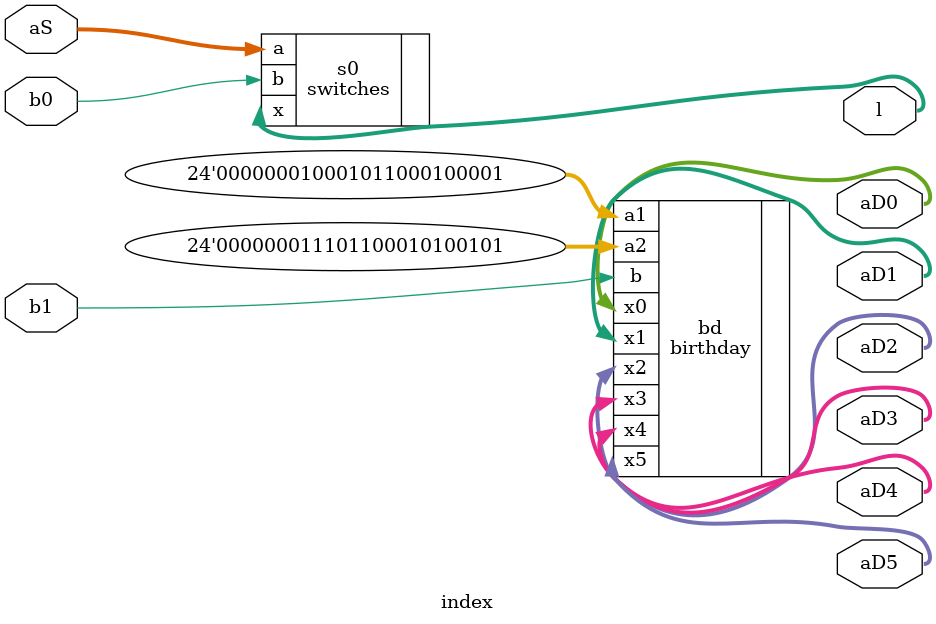
<source format=v>
module index (aS, aD0, aD1, aD2, aD3, aD4, aD5, b0, b1, l);

input [9:0] aS;//switches
output [7:0] aD0; //Seven Segment Displays
output [7:0] aD1;
output [7:0] aD2;
output [7:0] aD3;
output [7:0] aD4;
output [7:0] aD5;
input b0, b1; //buttons
output [9:0] l; //LEDs

parameter bd0 = 24'd071201; //Felix's Birthday
parameter bd1 = 24'd120997; //Thomas' Birthday

birthday bd (.a1(bd0), .a2(bd1), .b(b1), .x0(aD0), .x1(aD1), .x2(aD2), .x3(aD3), .x4(aD4), .x5(aD5));
switches s0 (.a(aS), .b(b0), .x(l));
endmodule

</source>
